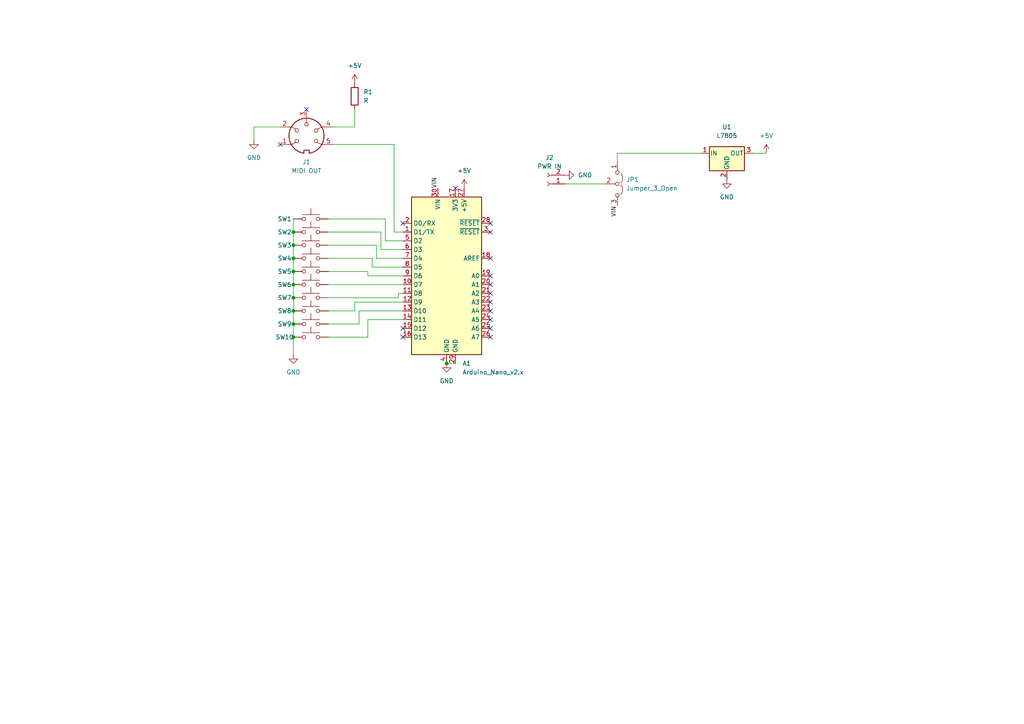
<source format=kicad_sch>
(kicad_sch (version 20211123) (generator eeschema)

  (uuid 9538e4ed-27e6-4c37-b989-9859dc0d49e8)

  (paper "A4")

  (lib_symbols
    (symbol "Connector:Conn_01x02_Female" (pin_names (offset 1.016) hide) (in_bom yes) (on_board yes)
      (property "Reference" "J" (id 0) (at 0 2.54 0)
        (effects (font (size 1.27 1.27)))
      )
      (property "Value" "Conn_01x02_Female" (id 1) (at 0 -5.08 0)
        (effects (font (size 1.27 1.27)))
      )
      (property "Footprint" "" (id 2) (at 0 0 0)
        (effects (font (size 1.27 1.27)) hide)
      )
      (property "Datasheet" "~" (id 3) (at 0 0 0)
        (effects (font (size 1.27 1.27)) hide)
      )
      (property "ki_keywords" "connector" (id 4) (at 0 0 0)
        (effects (font (size 1.27 1.27)) hide)
      )
      (property "ki_description" "Generic connector, single row, 01x02, script generated (kicad-library-utils/schlib/autogen/connector/)" (id 5) (at 0 0 0)
        (effects (font (size 1.27 1.27)) hide)
      )
      (property "ki_fp_filters" "Connector*:*_1x??_*" (id 6) (at 0 0 0)
        (effects (font (size 1.27 1.27)) hide)
      )
      (symbol "Conn_01x02_Female_1_1"
        (arc (start 0 -2.032) (mid -0.508 -2.54) (end 0 -3.048)
          (stroke (width 0.1524) (type default) (color 0 0 0 0))
          (fill (type none))
        )
        (polyline
          (pts
            (xy -1.27 -2.54)
            (xy -0.508 -2.54)
          )
          (stroke (width 0.1524) (type default) (color 0 0 0 0))
          (fill (type none))
        )
        (polyline
          (pts
            (xy -1.27 0)
            (xy -0.508 0)
          )
          (stroke (width 0.1524) (type default) (color 0 0 0 0))
          (fill (type none))
        )
        (arc (start 0 0.508) (mid -0.508 0) (end 0 -0.508)
          (stroke (width 0.1524) (type default) (color 0 0 0 0))
          (fill (type none))
        )
        (pin passive line (at -5.08 0 0) (length 3.81)
          (name "Pin_1" (effects (font (size 1.27 1.27))))
          (number "1" (effects (font (size 1.27 1.27))))
        )
        (pin passive line (at -5.08 -2.54 0) (length 3.81)
          (name "Pin_2" (effects (font (size 1.27 1.27))))
          (number "2" (effects (font (size 1.27 1.27))))
        )
      )
    )
    (symbol "Connector:DIN-5" (pin_names (offset 1.016)) (in_bom yes) (on_board yes)
      (property "Reference" "J" (id 0) (at 3.175 5.715 0)
        (effects (font (size 1.27 1.27)))
      )
      (property "Value" "DIN-5" (id 1) (at 0 -6.35 0)
        (effects (font (size 1.27 1.27)))
      )
      (property "Footprint" "" (id 2) (at 0 0 0)
        (effects (font (size 1.27 1.27)) hide)
      )
      (property "Datasheet" "http://www.mouser.com/ds/2/18/40_c091_abd_e-75918.pdf" (id 3) (at 0 0 0)
        (effects (font (size 1.27 1.27)) hide)
      )
      (property "ki_keywords" "circular DIN connector" (id 4) (at 0 0 0)
        (effects (font (size 1.27 1.27)) hide)
      )
      (property "ki_description" "5-pin DIN connector" (id 5) (at 0 0 0)
        (effects (font (size 1.27 1.27)) hide)
      )
      (property "ki_fp_filters" "DIN*" (id 6) (at 0 0 0)
        (effects (font (size 1.27 1.27)) hide)
      )
      (symbol "DIN-5_0_1"
        (arc (start -5.08 0) (mid -3.8597 -3.3379) (end -0.762 -5.08)
          (stroke (width 0.254) (type default) (color 0 0 0 0))
          (fill (type none))
        )
        (circle (center -2.794 -1.524) (radius 0.508)
          (stroke (width 0) (type default) (color 0 0 0 0))
          (fill (type none))
        )
        (circle (center -2.794 1.524) (radius 0.508)
          (stroke (width 0) (type default) (color 0 0 0 0))
          (fill (type none))
        )
        (polyline
          (pts
            (xy 0 5.08)
            (xy 0 3.81)
          )
          (stroke (width 0) (type default) (color 0 0 0 0))
          (fill (type none))
        )
        (polyline
          (pts
            (xy -5.08 -2.54)
            (xy -4.318 -2.54)
            (xy -3.175 -1.905)
          )
          (stroke (width 0) (type default) (color 0 0 0 0))
          (fill (type none))
        )
        (polyline
          (pts
            (xy -5.08 2.54)
            (xy -4.318 2.54)
            (xy -3.175 1.905)
          )
          (stroke (width 0) (type default) (color 0 0 0 0))
          (fill (type none))
        )
        (polyline
          (pts
            (xy 5.08 -2.54)
            (xy 4.318 -2.54)
            (xy 3.175 -1.905)
          )
          (stroke (width 0) (type default) (color 0 0 0 0))
          (fill (type none))
        )
        (polyline
          (pts
            (xy 5.08 2.54)
            (xy 4.318 2.54)
            (xy 3.175 1.905)
          )
          (stroke (width 0) (type default) (color 0 0 0 0))
          (fill (type none))
        )
        (polyline
          (pts
            (xy -0.762 -4.953)
            (xy -0.762 -4.191)
            (xy 0.762 -4.191)
            (xy 0.762 -4.953)
          )
          (stroke (width 0.254) (type default) (color 0 0 0 0))
          (fill (type none))
        )
        (circle (center 0 3.302) (radius 0.508)
          (stroke (width 0) (type default) (color 0 0 0 0))
          (fill (type none))
        )
        (arc (start 0.762 -5.08) (mid 3.8673 -3.3444) (end 5.08 0)
          (stroke (width 0.254) (type default) (color 0 0 0 0))
          (fill (type none))
        )
        (circle (center 2.794 -1.524) (radius 0.508)
          (stroke (width 0) (type default) (color 0 0 0 0))
          (fill (type none))
        )
        (circle (center 2.794 1.524) (radius 0.508)
          (stroke (width 0) (type default) (color 0 0 0 0))
          (fill (type none))
        )
        (arc (start 5.08 0) (mid 0 5.08) (end -5.08 0)
          (stroke (width 0.254) (type default) (color 0 0 0 0))
          (fill (type none))
        )
      )
      (symbol "DIN-5_1_1"
        (pin passive line (at -7.62 -2.54 0) (length 2.54)
          (name "~" (effects (font (size 1.27 1.27))))
          (number "1" (effects (font (size 1.27 1.27))))
        )
        (pin passive line (at -7.62 2.54 0) (length 2.54)
          (name "~" (effects (font (size 1.27 1.27))))
          (number "2" (effects (font (size 1.27 1.27))))
        )
        (pin passive line (at 0 7.62 270) (length 2.54)
          (name "~" (effects (font (size 1.27 1.27))))
          (number "3" (effects (font (size 1.27 1.27))))
        )
        (pin passive line (at 7.62 2.54 180) (length 2.54)
          (name "~" (effects (font (size 1.27 1.27))))
          (number "4" (effects (font (size 1.27 1.27))))
        )
        (pin passive line (at 7.62 -2.54 180) (length 2.54)
          (name "~" (effects (font (size 1.27 1.27))))
          (number "5" (effects (font (size 1.27 1.27))))
        )
      )
    )
    (symbol "Device:R" (pin_numbers hide) (pin_names (offset 0)) (in_bom yes) (on_board yes)
      (property "Reference" "R" (id 0) (at 2.032 0 90)
        (effects (font (size 1.27 1.27)))
      )
      (property "Value" "R" (id 1) (at 0 0 90)
        (effects (font (size 1.27 1.27)))
      )
      (property "Footprint" "" (id 2) (at -1.778 0 90)
        (effects (font (size 1.27 1.27)) hide)
      )
      (property "Datasheet" "~" (id 3) (at 0 0 0)
        (effects (font (size 1.27 1.27)) hide)
      )
      (property "ki_keywords" "R res resistor" (id 4) (at 0 0 0)
        (effects (font (size 1.27 1.27)) hide)
      )
      (property "ki_description" "Resistor" (id 5) (at 0 0 0)
        (effects (font (size 1.27 1.27)) hide)
      )
      (property "ki_fp_filters" "R_*" (id 6) (at 0 0 0)
        (effects (font (size 1.27 1.27)) hide)
      )
      (symbol "R_0_1"
        (rectangle (start -1.016 -2.54) (end 1.016 2.54)
          (stroke (width 0.254) (type default) (color 0 0 0 0))
          (fill (type none))
        )
      )
      (symbol "R_1_1"
        (pin passive line (at 0 3.81 270) (length 1.27)
          (name "~" (effects (font (size 1.27 1.27))))
          (number "1" (effects (font (size 1.27 1.27))))
        )
        (pin passive line (at 0 -3.81 90) (length 1.27)
          (name "~" (effects (font (size 1.27 1.27))))
          (number "2" (effects (font (size 1.27 1.27))))
        )
      )
    )
    (symbol "Jumper:Jumper_3_Open" (pin_names (offset 0) hide) (in_bom yes) (on_board yes)
      (property "Reference" "JP" (id 0) (at -2.54 -2.54 0)
        (effects (font (size 1.27 1.27)))
      )
      (property "Value" "Jumper_3_Open" (id 1) (at 0 2.794 0)
        (effects (font (size 1.27 1.27)))
      )
      (property "Footprint" "" (id 2) (at 0 0 0)
        (effects (font (size 1.27 1.27)) hide)
      )
      (property "Datasheet" "~" (id 3) (at 0 0 0)
        (effects (font (size 1.27 1.27)) hide)
      )
      (property "ki_keywords" "Jumper SPDT" (id 4) (at 0 0 0)
        (effects (font (size 1.27 1.27)) hide)
      )
      (property "ki_description" "Jumper, 3-pole, both open" (id 5) (at 0 0 0)
        (effects (font (size 1.27 1.27)) hide)
      )
      (property "ki_fp_filters" "Jumper* TestPoint*3Pads* TestPoint*Bridge*" (id 6) (at 0 0 0)
        (effects (font (size 1.27 1.27)) hide)
      )
      (symbol "Jumper_3_Open_0_0"
        (circle (center -3.302 0) (radius 0.508)
          (stroke (width 0) (type default) (color 0 0 0 0))
          (fill (type none))
        )
        (circle (center 0 0) (radius 0.508)
          (stroke (width 0) (type default) (color 0 0 0 0))
          (fill (type none))
        )
        (circle (center 3.302 0) (radius 0.508)
          (stroke (width 0) (type default) (color 0 0 0 0))
          (fill (type none))
        )
      )
      (symbol "Jumper_3_Open_0_1"
        (arc (start -0.254 1.016) (mid -1.651 1.4992) (end -3.048 1.016)
          (stroke (width 0) (type default) (color 0 0 0 0))
          (fill (type none))
        )
        (polyline
          (pts
            (xy 0 -0.508)
            (xy 0 -1.27)
          )
          (stroke (width 0) (type default) (color 0 0 0 0))
          (fill (type none))
        )
        (arc (start 3.048 1.016) (mid 1.651 1.4992) (end 0.254 1.016)
          (stroke (width 0) (type default) (color 0 0 0 0))
          (fill (type none))
        )
      )
      (symbol "Jumper_3_Open_1_1"
        (pin passive line (at -6.35 0 0) (length 2.54)
          (name "A" (effects (font (size 1.27 1.27))))
          (number "1" (effects (font (size 1.27 1.27))))
        )
        (pin input line (at 0 -3.81 90) (length 2.54)
          (name "C" (effects (font (size 1.27 1.27))))
          (number "2" (effects (font (size 1.27 1.27))))
        )
        (pin passive line (at 6.35 0 180) (length 2.54)
          (name "B" (effects (font (size 1.27 1.27))))
          (number "3" (effects (font (size 1.27 1.27))))
        )
      )
    )
    (symbol "MCU_Module:Arduino_Nano_v2.x" (in_bom yes) (on_board yes)
      (property "Reference" "A" (id 0) (at -10.16 23.495 0)
        (effects (font (size 1.27 1.27)) (justify left bottom))
      )
      (property "Value" "Arduino_Nano_v2.x" (id 1) (at 5.08 -24.13 0)
        (effects (font (size 1.27 1.27)) (justify left top))
      )
      (property "Footprint" "Module:Arduino_Nano" (id 2) (at 0 0 0)
        (effects (font (size 1.27 1.27) italic) hide)
      )
      (property "Datasheet" "https://www.arduino.cc/en/uploads/Main/ArduinoNanoManual23.pdf" (id 3) (at 0 0 0)
        (effects (font (size 1.27 1.27)) hide)
      )
      (property "ki_keywords" "Arduino nano microcontroller module USB" (id 4) (at 0 0 0)
        (effects (font (size 1.27 1.27)) hide)
      )
      (property "ki_description" "Arduino Nano v2.x" (id 5) (at 0 0 0)
        (effects (font (size 1.27 1.27)) hide)
      )
      (property "ki_fp_filters" "Arduino*Nano*" (id 6) (at 0 0 0)
        (effects (font (size 1.27 1.27)) hide)
      )
      (symbol "Arduino_Nano_v2.x_0_1"
        (rectangle (start -10.16 22.86) (end 10.16 -22.86)
          (stroke (width 0.254) (type default) (color 0 0 0 0))
          (fill (type background))
        )
      )
      (symbol "Arduino_Nano_v2.x_1_1"
        (pin bidirectional line (at -12.7 12.7 0) (length 2.54)
          (name "D1/TX" (effects (font (size 1.27 1.27))))
          (number "1" (effects (font (size 1.27 1.27))))
        )
        (pin bidirectional line (at -12.7 -2.54 0) (length 2.54)
          (name "D7" (effects (font (size 1.27 1.27))))
          (number "10" (effects (font (size 1.27 1.27))))
        )
        (pin bidirectional line (at -12.7 -5.08 0) (length 2.54)
          (name "D8" (effects (font (size 1.27 1.27))))
          (number "11" (effects (font (size 1.27 1.27))))
        )
        (pin bidirectional line (at -12.7 -7.62 0) (length 2.54)
          (name "D9" (effects (font (size 1.27 1.27))))
          (number "12" (effects (font (size 1.27 1.27))))
        )
        (pin bidirectional line (at -12.7 -10.16 0) (length 2.54)
          (name "D10" (effects (font (size 1.27 1.27))))
          (number "13" (effects (font (size 1.27 1.27))))
        )
        (pin bidirectional line (at -12.7 -12.7 0) (length 2.54)
          (name "D11" (effects (font (size 1.27 1.27))))
          (number "14" (effects (font (size 1.27 1.27))))
        )
        (pin bidirectional line (at -12.7 -15.24 0) (length 2.54)
          (name "D12" (effects (font (size 1.27 1.27))))
          (number "15" (effects (font (size 1.27 1.27))))
        )
        (pin bidirectional line (at -12.7 -17.78 0) (length 2.54)
          (name "D13" (effects (font (size 1.27 1.27))))
          (number "16" (effects (font (size 1.27 1.27))))
        )
        (pin power_out line (at 2.54 25.4 270) (length 2.54)
          (name "3V3" (effects (font (size 1.27 1.27))))
          (number "17" (effects (font (size 1.27 1.27))))
        )
        (pin input line (at 12.7 5.08 180) (length 2.54)
          (name "AREF" (effects (font (size 1.27 1.27))))
          (number "18" (effects (font (size 1.27 1.27))))
        )
        (pin bidirectional line (at 12.7 0 180) (length 2.54)
          (name "A0" (effects (font (size 1.27 1.27))))
          (number "19" (effects (font (size 1.27 1.27))))
        )
        (pin bidirectional line (at -12.7 15.24 0) (length 2.54)
          (name "D0/RX" (effects (font (size 1.27 1.27))))
          (number "2" (effects (font (size 1.27 1.27))))
        )
        (pin bidirectional line (at 12.7 -2.54 180) (length 2.54)
          (name "A1" (effects (font (size 1.27 1.27))))
          (number "20" (effects (font (size 1.27 1.27))))
        )
        (pin bidirectional line (at 12.7 -5.08 180) (length 2.54)
          (name "A2" (effects (font (size 1.27 1.27))))
          (number "21" (effects (font (size 1.27 1.27))))
        )
        (pin bidirectional line (at 12.7 -7.62 180) (length 2.54)
          (name "A3" (effects (font (size 1.27 1.27))))
          (number "22" (effects (font (size 1.27 1.27))))
        )
        (pin bidirectional line (at 12.7 -10.16 180) (length 2.54)
          (name "A4" (effects (font (size 1.27 1.27))))
          (number "23" (effects (font (size 1.27 1.27))))
        )
        (pin bidirectional line (at 12.7 -12.7 180) (length 2.54)
          (name "A5" (effects (font (size 1.27 1.27))))
          (number "24" (effects (font (size 1.27 1.27))))
        )
        (pin bidirectional line (at 12.7 -15.24 180) (length 2.54)
          (name "A6" (effects (font (size 1.27 1.27))))
          (number "25" (effects (font (size 1.27 1.27))))
        )
        (pin bidirectional line (at 12.7 -17.78 180) (length 2.54)
          (name "A7" (effects (font (size 1.27 1.27))))
          (number "26" (effects (font (size 1.27 1.27))))
        )
        (pin power_out line (at 5.08 25.4 270) (length 2.54)
          (name "+5V" (effects (font (size 1.27 1.27))))
          (number "27" (effects (font (size 1.27 1.27))))
        )
        (pin input line (at 12.7 15.24 180) (length 2.54)
          (name "~{RESET}" (effects (font (size 1.27 1.27))))
          (number "28" (effects (font (size 1.27 1.27))))
        )
        (pin power_in line (at 2.54 -25.4 90) (length 2.54)
          (name "GND" (effects (font (size 1.27 1.27))))
          (number "29" (effects (font (size 1.27 1.27))))
        )
        (pin input line (at 12.7 12.7 180) (length 2.54)
          (name "~{RESET}" (effects (font (size 1.27 1.27))))
          (number "3" (effects (font (size 1.27 1.27))))
        )
        (pin power_in line (at -2.54 25.4 270) (length 2.54)
          (name "VIN" (effects (font (size 1.27 1.27))))
          (number "30" (effects (font (size 1.27 1.27))))
        )
        (pin power_in line (at 0 -25.4 90) (length 2.54)
          (name "GND" (effects (font (size 1.27 1.27))))
          (number "4" (effects (font (size 1.27 1.27))))
        )
        (pin bidirectional line (at -12.7 10.16 0) (length 2.54)
          (name "D2" (effects (font (size 1.27 1.27))))
          (number "5" (effects (font (size 1.27 1.27))))
        )
        (pin bidirectional line (at -12.7 7.62 0) (length 2.54)
          (name "D3" (effects (font (size 1.27 1.27))))
          (number "6" (effects (font (size 1.27 1.27))))
        )
        (pin bidirectional line (at -12.7 5.08 0) (length 2.54)
          (name "D4" (effects (font (size 1.27 1.27))))
          (number "7" (effects (font (size 1.27 1.27))))
        )
        (pin bidirectional line (at -12.7 2.54 0) (length 2.54)
          (name "D5" (effects (font (size 1.27 1.27))))
          (number "8" (effects (font (size 1.27 1.27))))
        )
        (pin bidirectional line (at -12.7 0 0) (length 2.54)
          (name "D6" (effects (font (size 1.27 1.27))))
          (number "9" (effects (font (size 1.27 1.27))))
        )
      )
    )
    (symbol "Regulator_Linear:L7805" (pin_names (offset 0.254)) (in_bom yes) (on_board yes)
      (property "Reference" "U" (id 0) (at -3.81 3.175 0)
        (effects (font (size 1.27 1.27)))
      )
      (property "Value" "L7805" (id 1) (at 0 3.175 0)
        (effects (font (size 1.27 1.27)) (justify left))
      )
      (property "Footprint" "" (id 2) (at 0.635 -3.81 0)
        (effects (font (size 1.27 1.27) italic) (justify left) hide)
      )
      (property "Datasheet" "http://www.st.com/content/ccc/resource/technical/document/datasheet/41/4f/b3/b0/12/d4/47/88/CD00000444.pdf/files/CD00000444.pdf/jcr:content/translations/en.CD00000444.pdf" (id 3) (at 0 -1.27 0)
        (effects (font (size 1.27 1.27)) hide)
      )
      (property "ki_keywords" "Voltage Regulator 1.5A Positive" (id 4) (at 0 0 0)
        (effects (font (size 1.27 1.27)) hide)
      )
      (property "ki_description" "Positive 1.5A 35V Linear Regulator, Fixed Output 5V, TO-220/TO-263/TO-252" (id 5) (at 0 0 0)
        (effects (font (size 1.27 1.27)) hide)
      )
      (property "ki_fp_filters" "TO?252* TO?263* TO?220*" (id 6) (at 0 0 0)
        (effects (font (size 1.27 1.27)) hide)
      )
      (symbol "L7805_0_1"
        (rectangle (start -5.08 1.905) (end 5.08 -5.08)
          (stroke (width 0.254) (type default) (color 0 0 0 0))
          (fill (type background))
        )
      )
      (symbol "L7805_1_1"
        (pin power_in line (at -7.62 0 0) (length 2.54)
          (name "IN" (effects (font (size 1.27 1.27))))
          (number "1" (effects (font (size 1.27 1.27))))
        )
        (pin power_in line (at 0 -7.62 90) (length 2.54)
          (name "GND" (effects (font (size 1.27 1.27))))
          (number "2" (effects (font (size 1.27 1.27))))
        )
        (pin power_out line (at 7.62 0 180) (length 2.54)
          (name "OUT" (effects (font (size 1.27 1.27))))
          (number "3" (effects (font (size 1.27 1.27))))
        )
      )
    )
    (symbol "Switch:SW_Push" (pin_numbers hide) (pin_names (offset 1.016) hide) (in_bom yes) (on_board yes)
      (property "Reference" "SW" (id 0) (at 1.27 2.54 0)
        (effects (font (size 1.27 1.27)) (justify left))
      )
      (property "Value" "SW_Push" (id 1) (at 0 -1.524 0)
        (effects (font (size 1.27 1.27)))
      )
      (property "Footprint" "" (id 2) (at 0 5.08 0)
        (effects (font (size 1.27 1.27)) hide)
      )
      (property "Datasheet" "~" (id 3) (at 0 5.08 0)
        (effects (font (size 1.27 1.27)) hide)
      )
      (property "ki_keywords" "switch normally-open pushbutton push-button" (id 4) (at 0 0 0)
        (effects (font (size 1.27 1.27)) hide)
      )
      (property "ki_description" "Push button switch, generic, two pins" (id 5) (at 0 0 0)
        (effects (font (size 1.27 1.27)) hide)
      )
      (symbol "SW_Push_0_1"
        (circle (center -2.032 0) (radius 0.508)
          (stroke (width 0) (type default) (color 0 0 0 0))
          (fill (type none))
        )
        (polyline
          (pts
            (xy 0 1.27)
            (xy 0 3.048)
          )
          (stroke (width 0) (type default) (color 0 0 0 0))
          (fill (type none))
        )
        (polyline
          (pts
            (xy 2.54 1.27)
            (xy -2.54 1.27)
          )
          (stroke (width 0) (type default) (color 0 0 0 0))
          (fill (type none))
        )
        (circle (center 2.032 0) (radius 0.508)
          (stroke (width 0) (type default) (color 0 0 0 0))
          (fill (type none))
        )
        (pin passive line (at -5.08 0 0) (length 2.54)
          (name "1" (effects (font (size 1.27 1.27))))
          (number "1" (effects (font (size 1.27 1.27))))
        )
        (pin passive line (at 5.08 0 180) (length 2.54)
          (name "2" (effects (font (size 1.27 1.27))))
          (number "2" (effects (font (size 1.27 1.27))))
        )
      )
    )
    (symbol "power:+5V" (power) (pin_names (offset 0)) (in_bom yes) (on_board yes)
      (property "Reference" "#PWR" (id 0) (at 0 -3.81 0)
        (effects (font (size 1.27 1.27)) hide)
      )
      (property "Value" "+5V" (id 1) (at 0 3.556 0)
        (effects (font (size 1.27 1.27)))
      )
      (property "Footprint" "" (id 2) (at 0 0 0)
        (effects (font (size 1.27 1.27)) hide)
      )
      (property "Datasheet" "" (id 3) (at 0 0 0)
        (effects (font (size 1.27 1.27)) hide)
      )
      (property "ki_keywords" "power-flag" (id 4) (at 0 0 0)
        (effects (font (size 1.27 1.27)) hide)
      )
      (property "ki_description" "Power symbol creates a global label with name \"+5V\"" (id 5) (at 0 0 0)
        (effects (font (size 1.27 1.27)) hide)
      )
      (symbol "+5V_0_1"
        (polyline
          (pts
            (xy -0.762 1.27)
            (xy 0 2.54)
          )
          (stroke (width 0) (type default) (color 0 0 0 0))
          (fill (type none))
        )
        (polyline
          (pts
            (xy 0 0)
            (xy 0 2.54)
          )
          (stroke (width 0) (type default) (color 0 0 0 0))
          (fill (type none))
        )
        (polyline
          (pts
            (xy 0 2.54)
            (xy 0.762 1.27)
          )
          (stroke (width 0) (type default) (color 0 0 0 0))
          (fill (type none))
        )
      )
      (symbol "+5V_1_1"
        (pin power_in line (at 0 0 90) (length 0) hide
          (name "+5V" (effects (font (size 1.27 1.27))))
          (number "1" (effects (font (size 1.27 1.27))))
        )
      )
    )
    (symbol "power:GND" (power) (pin_names (offset 0)) (in_bom yes) (on_board yes)
      (property "Reference" "#PWR" (id 0) (at 0 -6.35 0)
        (effects (font (size 1.27 1.27)) hide)
      )
      (property "Value" "GND" (id 1) (at 0 -3.81 0)
        (effects (font (size 1.27 1.27)))
      )
      (property "Footprint" "" (id 2) (at 0 0 0)
        (effects (font (size 1.27 1.27)) hide)
      )
      (property "Datasheet" "" (id 3) (at 0 0 0)
        (effects (font (size 1.27 1.27)) hide)
      )
      (property "ki_keywords" "power-flag" (id 4) (at 0 0 0)
        (effects (font (size 1.27 1.27)) hide)
      )
      (property "ki_description" "Power symbol creates a global label with name \"GND\" , ground" (id 5) (at 0 0 0)
        (effects (font (size 1.27 1.27)) hide)
      )
      (symbol "GND_0_1"
        (polyline
          (pts
            (xy 0 0)
            (xy 0 -1.27)
            (xy 1.27 -1.27)
            (xy 0 -2.54)
            (xy -1.27 -1.27)
            (xy 0 -1.27)
          )
          (stroke (width 0) (type default) (color 0 0 0 0))
          (fill (type none))
        )
      )
      (symbol "GND_1_1"
        (pin power_in line (at 0 0 270) (length 0) hide
          (name "GND" (effects (font (size 1.27 1.27))))
          (number "1" (effects (font (size 1.27 1.27))))
        )
      )
    )
  )

  (junction (at 85.09 97.79) (diameter 0) (color 0 0 0 0)
    (uuid 1b53239b-acd3-4dc6-b188-a7c2d38a6925)
  )
  (junction (at 85.09 74.93) (diameter 0) (color 0 0 0 0)
    (uuid 3f9d9809-5fb3-41e5-b4bf-49b9549f4593)
  )
  (junction (at 85.09 93.98) (diameter 0) (color 0 0 0 0)
    (uuid 447f8cfb-8eab-4401-a490-7324bc30f128)
  )
  (junction (at 85.09 78.74) (diameter 0) (color 0 0 0 0)
    (uuid 4af2a3e0-9d52-4674-8a78-11d1a1a51310)
  )
  (junction (at 85.09 86.36) (diameter 0) (color 0 0 0 0)
    (uuid 51fdf91d-e75d-439e-8b7a-d1ea81a5a642)
  )
  (junction (at 85.09 90.17) (diameter 0) (color 0 0 0 0)
    (uuid 6168e6ee-e61c-456d-ac6a-971d819af5fd)
  )
  (junction (at 129.54 105.41) (diameter 0) (color 0 0 0 0)
    (uuid aef730da-4249-473f-9e96-a2832019710e)
  )
  (junction (at 85.09 82.55) (diameter 0) (color 0 0 0 0)
    (uuid f543fbc9-4c0f-4987-a356-4e8668058eb3)
  )
  (junction (at 85.09 71.12) (diameter 0) (color 0 0 0 0)
    (uuid fe958731-6a82-4a38-99f8-37aa11bf9270)
  )
  (junction (at 85.09 67.31) (diameter 0) (color 0 0 0 0)
    (uuid fff937c1-fb12-4d40-b246-19b82ce041c3)
  )

  (no_connect (at 88.9 31.75) (uuid 660836ff-d86b-4eb6-8203-782795d34742))
  (no_connect (at 81.28 41.91) (uuid 660836ff-d86b-4eb6-8203-782795d34742))
  (no_connect (at 132.08 54.61) (uuid c6cd3ce4-573c-4bd4-9ed2-8437a3f70ef1))
  (no_connect (at 116.84 64.77) (uuid e75878b9-7c0f-4636-a7dc-023c52577040))
  (no_connect (at 116.84 95.25) (uuid e75878b9-7c0f-4636-a7dc-023c52577040))
  (no_connect (at 116.84 97.79) (uuid e75878b9-7c0f-4636-a7dc-023c52577040))
  (no_connect (at 142.24 82.55) (uuid e75878b9-7c0f-4636-a7dc-023c52577040))
  (no_connect (at 142.24 80.01) (uuid e75878b9-7c0f-4636-a7dc-023c52577040))
  (no_connect (at 142.24 74.93) (uuid e75878b9-7c0f-4636-a7dc-023c52577040))
  (no_connect (at 142.24 97.79) (uuid e75878b9-7c0f-4636-a7dc-023c52577040))
  (no_connect (at 142.24 95.25) (uuid e75878b9-7c0f-4636-a7dc-023c52577040))
  (no_connect (at 142.24 92.71) (uuid e75878b9-7c0f-4636-a7dc-023c52577040))
  (no_connect (at 142.24 90.17) (uuid e75878b9-7c0f-4636-a7dc-023c52577040))
  (no_connect (at 142.24 87.63) (uuid e75878b9-7c0f-4636-a7dc-023c52577040))
  (no_connect (at 142.24 85.09) (uuid e75878b9-7c0f-4636-a7dc-023c52577040))
  (no_connect (at 142.24 67.31) (uuid e75878b9-7c0f-4636-a7dc-023c52577040))
  (no_connect (at 142.24 64.77) (uuid e75878b9-7c0f-4636-a7dc-023c52577040))

  (wire (pts (xy 129.54 105.41) (xy 132.08 105.41))
    (stroke (width 0) (type default) (color 0 0 0 0))
    (uuid 087bfc38-20df-4e84-8e94-ffd67e843b66)
  )
  (wire (pts (xy 95.25 78.74) (xy 106.68 78.74))
    (stroke (width 0) (type default) (color 0 0 0 0))
    (uuid 0fe74051-9a98-4a38-b92b-8876db8f379e)
  )
  (wire (pts (xy 96.52 41.91) (xy 114.3 41.91))
    (stroke (width 0) (type default) (color 0 0 0 0))
    (uuid 1b71af5d-275e-4c37-b773-4ec0ee28f985)
  )
  (wire (pts (xy 179.07 46.99) (xy 179.07 44.45))
    (stroke (width 0) (type default) (color 0 0 0 0))
    (uuid 1cd11841-1a97-4dcd-9789-d851bb8f2f28)
  )
  (wire (pts (xy 102.87 87.63) (xy 116.84 87.63))
    (stroke (width 0) (type default) (color 0 0 0 0))
    (uuid 1dabfef0-988f-4b52-9e24-0f23598fb51a)
  )
  (wire (pts (xy 85.09 97.79) (xy 85.09 102.87))
    (stroke (width 0) (type default) (color 0 0 0 0))
    (uuid 20f1e965-cc56-4edc-8e87-772335b1c3e9)
  )
  (wire (pts (xy 85.09 74.93) (xy 85.09 78.74))
    (stroke (width 0) (type default) (color 0 0 0 0))
    (uuid 28732bd9-c543-4127-9ec4-60385308575e)
  )
  (wire (pts (xy 85.09 67.31) (xy 85.09 71.12))
    (stroke (width 0) (type default) (color 0 0 0 0))
    (uuid 30bbc906-7872-4811-9fcd-737c54376218)
  )
  (wire (pts (xy 85.09 71.12) (xy 85.09 74.93))
    (stroke (width 0) (type default) (color 0 0 0 0))
    (uuid 37826a40-2da4-4158-92cf-ed8871388b2e)
  )
  (wire (pts (xy 85.09 93.98) (xy 85.09 97.79))
    (stroke (width 0) (type default) (color 0 0 0 0))
    (uuid 3a1a3f31-f33a-4de3-9522-4ebc0886378d)
  )
  (wire (pts (xy 95.25 67.31) (xy 110.49 67.31))
    (stroke (width 0) (type default) (color 0 0 0 0))
    (uuid 3e3719f9-5c24-4bb7-ab21-ab0781552592)
  )
  (wire (pts (xy 218.44 44.45) (xy 222.25 44.45))
    (stroke (width 0) (type default) (color 0 0 0 0))
    (uuid 3f6f45cf-b97c-4c47-b6a3-bca533dccfc8)
  )
  (wire (pts (xy 109.22 74.93) (xy 116.84 74.93))
    (stroke (width 0) (type default) (color 0 0 0 0))
    (uuid 4495b6d0-1d55-4774-aed3-83531b062795)
  )
  (wire (pts (xy 96.52 36.83) (xy 102.87 36.83))
    (stroke (width 0) (type default) (color 0 0 0 0))
    (uuid 4d44adde-5676-40f2-b9b7-f97586ceb39e)
  )
  (wire (pts (xy 179.07 44.45) (xy 203.2 44.45))
    (stroke (width 0) (type default) (color 0 0 0 0))
    (uuid 5010f6ba-f432-4e88-8f52-5ef53311ffc1)
  )
  (wire (pts (xy 102.87 90.17) (xy 102.87 87.63))
    (stroke (width 0) (type default) (color 0 0 0 0))
    (uuid 5b721e0b-27ef-4841-9734-411603e681ff)
  )
  (wire (pts (xy 110.49 72.39) (xy 116.84 72.39))
    (stroke (width 0) (type default) (color 0 0 0 0))
    (uuid 62647cab-b42f-40b0-acb4-79508a859054)
  )
  (wire (pts (xy 95.25 63.5) (xy 111.76 63.5))
    (stroke (width 0) (type default) (color 0 0 0 0))
    (uuid 64214c60-4688-4f8a-938f-818105d18d53)
  )
  (wire (pts (xy 85.09 90.17) (xy 85.09 93.98))
    (stroke (width 0) (type default) (color 0 0 0 0))
    (uuid 6c9e14ce-f378-409f-83b0-3017c42aa43a)
  )
  (wire (pts (xy 85.09 82.55) (xy 85.09 86.36))
    (stroke (width 0) (type default) (color 0 0 0 0))
    (uuid 7543cf6a-1145-4f07-80a5-2cecab4696d4)
  )
  (wire (pts (xy 115.57 85.09) (xy 116.84 85.09))
    (stroke (width 0) (type default) (color 0 0 0 0))
    (uuid 769974a5-c07d-46d5-80b8-2258f69b27e6)
  )
  (wire (pts (xy 107.95 77.47) (xy 116.84 77.47))
    (stroke (width 0) (type default) (color 0 0 0 0))
    (uuid 7b0f4206-e5f3-4537-813e-60e89e096474)
  )
  (wire (pts (xy 109.22 71.12) (xy 109.22 74.93))
    (stroke (width 0) (type default) (color 0 0 0 0))
    (uuid 7e33de34-2460-44d9-8b82-8391385ce303)
  )
  (wire (pts (xy 85.09 78.74) (xy 85.09 82.55))
    (stroke (width 0) (type default) (color 0 0 0 0))
    (uuid 7f2fee30-c2b9-4b5b-830e-20c6642d77a1)
  )
  (wire (pts (xy 114.3 67.31) (xy 116.84 67.31))
    (stroke (width 0) (type default) (color 0 0 0 0))
    (uuid 80a1dceb-5cff-4f95-9519-749c3ffa4a41)
  )
  (wire (pts (xy 95.25 90.17) (xy 102.87 90.17))
    (stroke (width 0) (type default) (color 0 0 0 0))
    (uuid 80e3ad5d-889e-4a8a-b73e-70274e2b680b)
  )
  (wire (pts (xy 104.14 90.17) (xy 116.84 90.17))
    (stroke (width 0) (type default) (color 0 0 0 0))
    (uuid 88f5a0c2-cbc1-4840-9752-880eb7e2412b)
  )
  (wire (pts (xy 111.76 69.85) (xy 116.84 69.85))
    (stroke (width 0) (type default) (color 0 0 0 0))
    (uuid 89a87658-195a-430f-8d8a-159e5c95f2be)
  )
  (wire (pts (xy 95.25 82.55) (xy 116.84 82.55))
    (stroke (width 0) (type default) (color 0 0 0 0))
    (uuid 8d063cbe-42d4-4d93-93cd-49d4b790f576)
  )
  (wire (pts (xy 73.66 40.64) (xy 73.66 36.83))
    (stroke (width 0) (type default) (color 0 0 0 0))
    (uuid 90ccc62f-2f3f-4b92-ae3c-9dc0c0708b63)
  )
  (wire (pts (xy 106.68 92.71) (xy 116.84 92.71))
    (stroke (width 0) (type default) (color 0 0 0 0))
    (uuid 9b3b9a1d-c146-4610-bd8e-36d9062b988c)
  )
  (wire (pts (xy 95.25 93.98) (xy 104.14 93.98))
    (stroke (width 0) (type default) (color 0 0 0 0))
    (uuid 9c6a23ce-1342-4abd-9430-63746c8a2682)
  )
  (wire (pts (xy 95.25 86.36) (xy 115.57 86.36))
    (stroke (width 0) (type default) (color 0 0 0 0))
    (uuid 9df72bc5-08f7-4feb-8342-1fb52710a1ff)
  )
  (wire (pts (xy 106.68 80.01) (xy 116.84 80.01))
    (stroke (width 0) (type default) (color 0 0 0 0))
    (uuid a790bb13-305f-42ca-bf0a-9d75b453efb9)
  )
  (wire (pts (xy 107.95 74.93) (xy 107.95 77.47))
    (stroke (width 0) (type default) (color 0 0 0 0))
    (uuid ac88bc82-8431-4c96-a21a-ae2f3d0c7381)
  )
  (wire (pts (xy 106.68 97.79) (xy 106.68 92.71))
    (stroke (width 0) (type default) (color 0 0 0 0))
    (uuid b382a5b9-c703-46fd-a207-351704514ee1)
  )
  (wire (pts (xy 115.57 86.36) (xy 115.57 85.09))
    (stroke (width 0) (type default) (color 0 0 0 0))
    (uuid b4cc6bb1-3547-4184-a6ad-61770c704cbd)
  )
  (wire (pts (xy 95.25 71.12) (xy 109.22 71.12))
    (stroke (width 0) (type default) (color 0 0 0 0))
    (uuid b50cec86-6b8b-4a2a-8fb4-de14702eef9b)
  )
  (wire (pts (xy 85.09 86.36) (xy 85.09 90.17))
    (stroke (width 0) (type default) (color 0 0 0 0))
    (uuid c243ec56-3a58-4468-867b-f9e194935d66)
  )
  (wire (pts (xy 102.87 36.83) (xy 102.87 31.75))
    (stroke (width 0) (type default) (color 0 0 0 0))
    (uuid c31daf95-927b-4552-823f-5ea1d859c94b)
  )
  (wire (pts (xy 106.68 78.74) (xy 106.68 80.01))
    (stroke (width 0) (type default) (color 0 0 0 0))
    (uuid d8746e3b-acb2-4595-9d34-b058e718e830)
  )
  (wire (pts (xy 95.25 74.93) (xy 107.95 74.93))
    (stroke (width 0) (type default) (color 0 0 0 0))
    (uuid dd9ad22d-d55a-40b2-9e09-890b28829832)
  )
  (wire (pts (xy 110.49 67.31) (xy 110.49 72.39))
    (stroke (width 0) (type default) (color 0 0 0 0))
    (uuid df2bd5ca-a7ad-4bb3-8974-866fae5a04a5)
  )
  (wire (pts (xy 85.09 63.5) (xy 85.09 67.31))
    (stroke (width 0) (type default) (color 0 0 0 0))
    (uuid e98c7e72-384a-40c5-848d-fb3d64ab3d8b)
  )
  (wire (pts (xy 104.14 93.98) (xy 104.14 90.17))
    (stroke (width 0) (type default) (color 0 0 0 0))
    (uuid eea985ce-2161-4a62-ac90-40121e0999d6)
  )
  (wire (pts (xy 114.3 41.91) (xy 114.3 67.31))
    (stroke (width 0) (type default) (color 0 0 0 0))
    (uuid f13b08a6-d644-493d-85aa-91d20b53c51a)
  )
  (wire (pts (xy 73.66 36.83) (xy 81.28 36.83))
    (stroke (width 0) (type default) (color 0 0 0 0))
    (uuid f1a78f88-aedd-4a5c-981e-2f6b6e2a5eca)
  )
  (wire (pts (xy 95.25 97.79) (xy 106.68 97.79))
    (stroke (width 0) (type default) (color 0 0 0 0))
    (uuid f6229b5a-ae7b-43a8-a639-e4b0ba128e14)
  )
  (wire (pts (xy 163.83 53.34) (xy 175.26 53.34))
    (stroke (width 0) (type default) (color 0 0 0 0))
    (uuid f94c5fce-1d9e-4753-9ac6-ab19b89526a9)
  )
  (wire (pts (xy 111.76 63.5) (xy 111.76 69.85))
    (stroke (width 0) (type default) (color 0 0 0 0))
    (uuid fd728449-6ba6-4dc2-8fae-71310c1e2704)
  )

  (label "VIN" (at 127 54.61 90)
    (effects (font (size 1.27 1.27)) (justify left bottom))
    (uuid 4c7c64d1-9f20-4b4d-adc6-fdc85e9cb8d4)
  )
  (label "VIN" (at 179.07 59.69 270)
    (effects (font (size 1.27 1.27)) (justify right bottom))
    (uuid bedee99b-8032-41f0-a0ce-22285a910041)
  )

  (symbol (lib_id "Switch:SW_Push") (at 90.17 67.31 0) (unit 1)
    (in_bom yes) (on_board yes)
    (uuid 12851b0c-4591-4c5c-a45d-d83274cb360a)
    (property "Reference" "SW2" (id 0) (at 82.55 67.31 0))
    (property "Value" "SW_Push" (id 1) (at 90.17 62.23 0)
      (effects (font (size 1.27 1.27)) hide)
    )
    (property "Footprint" "Button_Switch_THT:SW_PUSH_6mm" (id 2) (at 90.17 62.23 0)
      (effects (font (size 1.27 1.27)) hide)
    )
    (property "Datasheet" "~" (id 3) (at 90.17 62.23 0)
      (effects (font (size 1.27 1.27)) hide)
    )
    (pin "1" (uuid 2337534c-b66f-4e92-875a-54fd47ddea8d))
    (pin "2" (uuid 81b230f9-4a01-4956-b133-0c80c7f2d11e))
  )

  (symbol (lib_id "power:+5V") (at 222.25 44.45 0) (unit 1)
    (in_bom yes) (on_board yes) (fields_autoplaced)
    (uuid 145473db-bd60-4d70-b1bf-25659f1d6436)
    (property "Reference" "#PWR0105" (id 0) (at 222.25 48.26 0)
      (effects (font (size 1.27 1.27)) hide)
    )
    (property "Value" "+5V" (id 1) (at 222.25 39.37 0))
    (property "Footprint" "" (id 2) (at 222.25 44.45 0)
      (effects (font (size 1.27 1.27)) hide)
    )
    (property "Datasheet" "" (id 3) (at 222.25 44.45 0)
      (effects (font (size 1.27 1.27)) hide)
    )
    (pin "1" (uuid 82c950b7-bf53-4d93-bf19-805d57922676))
  )

  (symbol (lib_id "Switch:SW_Push") (at 90.17 93.98 0) (unit 1)
    (in_bom yes) (on_board yes)
    (uuid 1e4e61e0-c921-41a9-adbb-1779a262a895)
    (property "Reference" "SW9" (id 0) (at 82.55 93.98 0))
    (property "Value" "SW_Push" (id 1) (at 90.17 88.9 0)
      (effects (font (size 1.27 1.27)) hide)
    )
    (property "Footprint" "Button_Switch_THT:SW_PUSH_6mm" (id 2) (at 90.17 88.9 0)
      (effects (font (size 1.27 1.27)) hide)
    )
    (property "Datasheet" "~" (id 3) (at 90.17 88.9 0)
      (effects (font (size 1.27 1.27)) hide)
    )
    (pin "1" (uuid 8dc2cf5c-17be-45fe-8537-34bd77b001f4))
    (pin "2" (uuid 7af947fd-2ec9-49ef-affd-ea7d120ae60f))
  )

  (symbol (lib_id "MCU_Module:Arduino_Nano_v2.x") (at 129.54 80.01 0) (unit 1)
    (in_bom yes) (on_board yes) (fields_autoplaced)
    (uuid 240c10af-51b5-420e-a6f4-a2c8f5db1db5)
    (property "Reference" "A1" (id 0) (at 134.0994 105.41 0)
      (effects (font (size 1.27 1.27)) (justify left))
    )
    (property "Value" "Arduino_Nano_v2.x" (id 1) (at 134.0994 107.95 0)
      (effects (font (size 1.27 1.27)) (justify left))
    )
    (property "Footprint" "Sonosus:Arduino_Nano" (id 2) (at 129.54 80.01 0)
      (effects (font (size 1.27 1.27) italic) hide)
    )
    (property "Datasheet" "https://www.arduino.cc/en/uploads/Main/ArduinoNanoManual23.pdf" (id 3) (at 129.54 80.01 0)
      (effects (font (size 1.27 1.27)) hide)
    )
    (pin "1" (uuid 926001fd-2747-4639-8c0f-4fc46ff7218d))
    (pin "10" (uuid 59ec3156-036e-4049-89db-91a9dd07095f))
    (pin "11" (uuid d39d813e-3e64-490c-ba5c-a64bb5ad6bd0))
    (pin "12" (uuid 6a2b20ae-096c-4d9f-92f8-2087c865914f))
    (pin "13" (uuid 4e315e69-0417-463a-8b7f-469a08d1496e))
    (pin "14" (uuid 071522c0-d0ed-49b9-906e-6295f67fb0dc))
    (pin "15" (uuid 2846428d-39de-4eae-8ce2-64955d56c493))
    (pin "16" (uuid 4fa10683-33cd-4dcd-8acc-2415cd63c62a))
    (pin "17" (uuid 9cbf35b8-f4d3-42a3-bb16-04ffd03fd8fd))
    (pin "18" (uuid 8bc2c25a-a1f1-4ce8-b96a-a4f8f4c35079))
    (pin "19" (uuid b1ddb058-f7b2-429c-9489-f4e2242ad7e5))
    (pin "2" (uuid eee16674-2d21-45b6-ab5e-d669125df26c))
    (pin "20" (uuid f449bd37-cc90-4487-aee6-2a20b8d2843a))
    (pin "21" (uuid c106154f-d948-43e5-abfa-e1b96055d91b))
    (pin "22" (uuid c24d6ac8-802d-4df3-a210-9cb1f693e865))
    (pin "23" (uuid 88668202-3f0b-4d07-84d4-dcd790f57272))
    (pin "24" (uuid 37f31dec-63fc-4634-a141-5dc5d2b60fe4))
    (pin "25" (uuid 91c1eb0a-67ae-4ef0-95ce-d060a03a7313))
    (pin "26" (uuid 009a4fb4-fcc0-4623-ae5d-c1bae3219583))
    (pin "27" (uuid cf386a39-fc62-49dd-8ec5-e044f6bd67ce))
    (pin "28" (uuid 2dc54bac-8640-4dd7-b8ed-3c7acb01a8ea))
    (pin "29" (uuid eae0ab9f-65b2-44d3-aba7-873c3227fba7))
    (pin "3" (uuid 70fb572d-d5ec-41e7-9482-63d4578b4f47))
    (pin "30" (uuid 7afa54c4-2181-41d3-81f7-39efc497ecae))
    (pin "4" (uuid 609b9e1b-4e3b-42b7-ac76-a62ec4d0e7c7))
    (pin "5" (uuid e54e5e19-1deb-49a9-8629-617db8e434c0))
    (pin "6" (uuid b7867831-ef82-4f33-a926-59e5c1c09b91))
    (pin "7" (uuid 6bf05d19-ba3e-4ba6-8a6f-4e0bc45ea3b2))
    (pin "8" (uuid 25e5aa8e-2696-44a3-8d3c-c2c53f2923cf))
    (pin "9" (uuid a24ddb4f-c217-42ca-b6cb-d12da84fb2b9))
  )

  (symbol (lib_id "Switch:SW_Push") (at 90.17 86.36 0) (unit 1)
    (in_bom yes) (on_board yes)
    (uuid 29a1b362-06a3-42e9-a1e1-a3b8ef03e810)
    (property "Reference" "SW7" (id 0) (at 82.55 86.36 0))
    (property "Value" "SW_Push" (id 1) (at 90.17 81.28 0)
      (effects (font (size 1.27 1.27)) hide)
    )
    (property "Footprint" "Button_Switch_THT:SW_PUSH_6mm" (id 2) (at 90.17 81.28 0)
      (effects (font (size 1.27 1.27)) hide)
    )
    (property "Datasheet" "~" (id 3) (at 90.17 81.28 0)
      (effects (font (size 1.27 1.27)) hide)
    )
    (pin "1" (uuid 7ddb5057-4bdd-4fd5-8037-7e1e981d1855))
    (pin "2" (uuid b9cf334a-4975-4133-9f18-324d40fb7d09))
  )

  (symbol (lib_id "power:+5V") (at 102.87 24.13 0) (unit 1)
    (in_bom yes) (on_board yes) (fields_autoplaced)
    (uuid 3d9f135f-2936-4a6b-8c82-f563803060e8)
    (property "Reference" "#PWR0102" (id 0) (at 102.87 27.94 0)
      (effects (font (size 1.27 1.27)) hide)
    )
    (property "Value" "+5V" (id 1) (at 102.87 19.05 0))
    (property "Footprint" "" (id 2) (at 102.87 24.13 0)
      (effects (font (size 1.27 1.27)) hide)
    )
    (property "Datasheet" "" (id 3) (at 102.87 24.13 0)
      (effects (font (size 1.27 1.27)) hide)
    )
    (pin "1" (uuid 720efa1f-1d04-4efc-983a-8fd2e5622eb7))
  )

  (symbol (lib_id "Jumper:Jumper_3_Open") (at 179.07 53.34 270) (unit 1)
    (in_bom yes) (on_board yes) (fields_autoplaced)
    (uuid 4a0bbe16-7c6c-46a7-bfa6-fc57ec8199a8)
    (property "Reference" "JP1" (id 0) (at 181.61 52.0699 90)
      (effects (font (size 1.27 1.27)) (justify left))
    )
    (property "Value" "Jumper_3_Open" (id 1) (at 181.61 54.6099 90)
      (effects (font (size 1.27 1.27)) (justify left))
    )
    (property "Footprint" "Jumper:SolderJumper-3_P1.3mm_Open_RoundedPad1.0x1.5mm_NumberLabels" (id 2) (at 179.07 53.34 0)
      (effects (font (size 1.27 1.27)) hide)
    )
    (property "Datasheet" "~" (id 3) (at 179.07 53.34 0)
      (effects (font (size 1.27 1.27)) hide)
    )
    (pin "1" (uuid 1ddb2993-a6ac-40a4-addd-8e588c8c1079))
    (pin "2" (uuid 301e1858-e2fd-4ee8-a680-58b223e7fbf3))
    (pin "3" (uuid ccc4d2eb-7afb-4519-8d29-f5ee23b06551))
  )

  (symbol (lib_id "Switch:SW_Push") (at 90.17 71.12 0) (unit 1)
    (in_bom yes) (on_board yes)
    (uuid 5e31b75c-7539-48bc-9313-3ce6611e0cb9)
    (property "Reference" "SW3" (id 0) (at 82.55 71.12 0))
    (property "Value" "SW_Push" (id 1) (at 90.17 66.04 0)
      (effects (font (size 1.27 1.27)) hide)
    )
    (property "Footprint" "Button_Switch_THT:SW_PUSH_6mm" (id 2) (at 90.17 66.04 0)
      (effects (font (size 1.27 1.27)) hide)
    )
    (property "Datasheet" "~" (id 3) (at 90.17 66.04 0)
      (effects (font (size 1.27 1.27)) hide)
    )
    (pin "1" (uuid d77a1475-670e-4996-82de-b92a9e0b9b9d))
    (pin "2" (uuid b6412e58-f619-4808-aaaf-e60ca9120817))
  )

  (symbol (lib_id "power:GND") (at 210.82 52.07 0) (unit 1)
    (in_bom yes) (on_board yes) (fields_autoplaced)
    (uuid 6ab6105e-749d-4b2e-8fe3-bf5ae82f083d)
    (property "Reference" "#PWR0106" (id 0) (at 210.82 58.42 0)
      (effects (font (size 1.27 1.27)) hide)
    )
    (property "Value" "GND" (id 1) (at 210.82 57.15 0))
    (property "Footprint" "" (id 2) (at 210.82 52.07 0)
      (effects (font (size 1.27 1.27)) hide)
    )
    (property "Datasheet" "" (id 3) (at 210.82 52.07 0)
      (effects (font (size 1.27 1.27)) hide)
    )
    (pin "1" (uuid 24fbfccc-dfa0-4ab1-8655-eb9fd7774402))
  )

  (symbol (lib_id "Device:R") (at 102.87 27.94 180) (unit 1)
    (in_bom yes) (on_board yes) (fields_autoplaced)
    (uuid 78c4ae0c-b39c-4df0-9f0c-0ec5166c394e)
    (property "Reference" "R1" (id 0) (at 105.41 26.6699 0)
      (effects (font (size 1.27 1.27)) (justify right))
    )
    (property "Value" "R" (id 1) (at 105.41 29.2099 0)
      (effects (font (size 1.27 1.27)) (justify right))
    )
    (property "Footprint" "Sonosus:R_Axial_DIN0207_L6.3mm_D2.5mm_P7.62mm_Horizontal" (id 2) (at 104.648 27.94 90)
      (effects (font (size 1.27 1.27)) hide)
    )
    (property "Datasheet" "~" (id 3) (at 102.87 27.94 0)
      (effects (font (size 1.27 1.27)) hide)
    )
    (pin "1" (uuid 922841a0-5282-473f-b8f7-b3645991fdf0))
    (pin "2" (uuid 5335a71b-2d1d-40d1-be4c-36fac28b194a))
  )

  (symbol (lib_id "Switch:SW_Push") (at 90.17 90.17 0) (unit 1)
    (in_bom yes) (on_board yes)
    (uuid 961d3cf5-7007-472a-93c7-cf027d4daea8)
    (property "Reference" "SW8" (id 0) (at 82.55 90.17 0))
    (property "Value" "SW_Push" (id 1) (at 90.17 85.09 0)
      (effects (font (size 1.27 1.27)) hide)
    )
    (property "Footprint" "Button_Switch_THT:SW_PUSH_6mm" (id 2) (at 90.17 85.09 0)
      (effects (font (size 1.27 1.27)) hide)
    )
    (property "Datasheet" "~" (id 3) (at 90.17 85.09 0)
      (effects (font (size 1.27 1.27)) hide)
    )
    (pin "1" (uuid 78b92e3a-8baf-4e19-aa30-d98ae1eba404))
    (pin "2" (uuid 14dfb4a5-37d6-49fe-adbc-3331265d7cc6))
  )

  (symbol (lib_id "Switch:SW_Push") (at 90.17 63.5 0) (unit 1)
    (in_bom yes) (on_board yes)
    (uuid 965bc598-5f52-4615-847f-179635cd5cde)
    (property "Reference" "SW1" (id 0) (at 82.55 63.5 0))
    (property "Value" "SW_Push" (id 1) (at 90.17 58.42 0)
      (effects (font (size 1.27 1.27)) hide)
    )
    (property "Footprint" "Button_Switch_THT:SW_PUSH_6mm" (id 2) (at 90.17 58.42 0)
      (effects (font (size 1.27 1.27)) hide)
    )
    (property "Datasheet" "~" (id 3) (at 90.17 58.42 0)
      (effects (font (size 1.27 1.27)) hide)
    )
    (pin "1" (uuid b90997e2-4c7f-4479-862f-ab35dfea4f77))
    (pin "2" (uuid 8fa4f87a-9012-4f6f-a6c0-ec1c5f716184))
  )

  (symbol (lib_id "Connector:DIN-5") (at 88.9 39.37 0) (unit 1)
    (in_bom yes) (on_board yes) (fields_autoplaced)
    (uuid a86f3b62-f619-483b-bccd-2e1837949b48)
    (property "Reference" "J1" (id 0) (at 88.9001 46.99 0))
    (property "Value" "MIDI OUT" (id 1) (at 88.9001 49.53 0))
    (property "Footprint" "Sonosus:DIN5" (id 2) (at 88.9 39.37 0)
      (effects (font (size 1.27 1.27)) hide)
    )
    (property "Datasheet" "http://www.mouser.com/ds/2/18/40_c091_abd_e-75918.pdf" (id 3) (at 88.9 39.37 0)
      (effects (font (size 1.27 1.27)) hide)
    )
    (pin "1" (uuid 9b320319-e0d7-4c9f-8c6e-965d6323fcad))
    (pin "2" (uuid 5d3d59fd-9137-49f9-825c-2ca723dca6b4))
    (pin "3" (uuid 93be0f32-8bcf-4b52-b5b1-7ca6220bf0c4))
    (pin "4" (uuid e533541f-16ff-4d27-9820-32cb51ad64ed))
    (pin "5" (uuid b612ec34-4e60-40c6-8dfa-ae022674664f))
  )

  (symbol (lib_id "Regulator_Linear:L7805") (at 210.82 44.45 0) (unit 1)
    (in_bom yes) (on_board yes) (fields_autoplaced)
    (uuid aa073078-c2d1-470d-b6c1-88e1756cd0f4)
    (property "Reference" "U1" (id 0) (at 210.82 36.83 0))
    (property "Value" "L7805" (id 1) (at 210.82 39.37 0))
    (property "Footprint" "Sonosus:TO-220-3_Vertical" (id 2) (at 211.455 48.26 0)
      (effects (font (size 1.27 1.27) italic) (justify left) hide)
    )
    (property "Datasheet" "http://www.st.com/content/ccc/resource/technical/document/datasheet/41/4f/b3/b0/12/d4/47/88/CD00000444.pdf/files/CD00000444.pdf/jcr:content/translations/en.CD00000444.pdf" (id 3) (at 210.82 45.72 0)
      (effects (font (size 1.27 1.27)) hide)
    )
    (pin "1" (uuid 860bd19c-0e2b-4650-9dd5-24ebe6d4413f))
    (pin "2" (uuid a5ed1db2-4090-4171-91f9-571f8ce19198))
    (pin "3" (uuid ec076337-3348-4195-a0c0-31507695bedc))
  )

  (symbol (lib_id "Connector:Conn_01x02_Female") (at 158.75 53.34 180) (unit 1)
    (in_bom yes) (on_board yes) (fields_autoplaced)
    (uuid c47485b0-05e6-4930-aa44-a56002394ff4)
    (property "Reference" "J2" (id 0) (at 159.385 45.72 0))
    (property "Value" "PWR IN" (id 1) (at 159.385 48.26 0))
    (property "Footprint" "Connector_BarrelJack:BarrelJack_Horizontal" (id 2) (at 158.75 53.34 0)
      (effects (font (size 1.27 1.27)) hide)
    )
    (property "Datasheet" "~" (id 3) (at 158.75 53.34 0)
      (effects (font (size 1.27 1.27)) hide)
    )
    (pin "1" (uuid 501e033f-e754-47bf-b15d-a3ca56d6d873))
    (pin "2" (uuid cda28a1f-4e2e-4e37-881f-06cc982c3a7a))
  )

  (symbol (lib_id "power:+5V") (at 134.62 54.61 0) (unit 1)
    (in_bom yes) (on_board yes) (fields_autoplaced)
    (uuid cf34bccf-cdde-4b03-a71d-39e082be13a7)
    (property "Reference" "#PWR0104" (id 0) (at 134.62 58.42 0)
      (effects (font (size 1.27 1.27)) hide)
    )
    (property "Value" "+5V" (id 1) (at 134.62 49.53 0))
    (property "Footprint" "" (id 2) (at 134.62 54.61 0)
      (effects (font (size 1.27 1.27)) hide)
    )
    (property "Datasheet" "" (id 3) (at 134.62 54.61 0)
      (effects (font (size 1.27 1.27)) hide)
    )
    (pin "1" (uuid d0ffda38-fa2f-48a6-a48b-dd7dac6a0e40))
  )

  (symbol (lib_id "Switch:SW_Push") (at 90.17 78.74 0) (unit 1)
    (in_bom yes) (on_board yes)
    (uuid d8482edd-4254-4fdf-86a5-5bef0c0d180d)
    (property "Reference" "SW5" (id 0) (at 82.55 78.74 0))
    (property "Value" "SW_Push" (id 1) (at 90.17 73.66 0)
      (effects (font (size 1.27 1.27)) hide)
    )
    (property "Footprint" "Button_Switch_THT:SW_PUSH_6mm" (id 2) (at 90.17 73.66 0)
      (effects (font (size 1.27 1.27)) hide)
    )
    (property "Datasheet" "~" (id 3) (at 90.17 73.66 0)
      (effects (font (size 1.27 1.27)) hide)
    )
    (pin "1" (uuid 00b5734d-53d7-4403-9e75-2166b5bb406e))
    (pin "2" (uuid ed43c98f-1755-453f-a115-f61e012800ea))
  )

  (symbol (lib_id "Switch:SW_Push") (at 90.17 82.55 0) (unit 1)
    (in_bom yes) (on_board yes)
    (uuid e281be09-1372-425c-8674-96130f751632)
    (property "Reference" "SW6" (id 0) (at 82.55 82.55 0))
    (property "Value" "SW_Push" (id 1) (at 90.17 77.47 0)
      (effects (font (size 1.27 1.27)) hide)
    )
    (property "Footprint" "Button_Switch_THT:SW_PUSH_6mm" (id 2) (at 90.17 77.47 0)
      (effects (font (size 1.27 1.27)) hide)
    )
    (property "Datasheet" "~" (id 3) (at 90.17 77.47 0)
      (effects (font (size 1.27 1.27)) hide)
    )
    (pin "1" (uuid fea6a837-7036-44e0-86b9-f6af4ee611bc))
    (pin "2" (uuid 3cb9bbdc-cbec-4711-ac04-63304fec01e7))
  )

  (symbol (lib_id "Switch:SW_Push") (at 90.17 74.93 0) (unit 1)
    (in_bom yes) (on_board yes)
    (uuid e7af7823-557e-4c53-ae90-586488c32c69)
    (property "Reference" "SW4" (id 0) (at 82.55 74.93 0))
    (property "Value" "SW_Push" (id 1) (at 90.17 69.85 0)
      (effects (font (size 1.27 1.27)) hide)
    )
    (property "Footprint" "Button_Switch_THT:SW_PUSH_6mm" (id 2) (at 90.17 69.85 0)
      (effects (font (size 1.27 1.27)) hide)
    )
    (property "Datasheet" "~" (id 3) (at 90.17 69.85 0)
      (effects (font (size 1.27 1.27)) hide)
    )
    (pin "1" (uuid f8cf5e51-1a20-4a08-b82a-66d3efe9d86c))
    (pin "2" (uuid 3f6d951b-c866-45d5-951c-4cf0a1d8ca29))
  )

  (symbol (lib_id "Switch:SW_Push") (at 90.17 97.79 0) (unit 1)
    (in_bom yes) (on_board yes)
    (uuid e8a12379-eb40-4a7e-ad7f-021b6557117f)
    (property "Reference" "SW10" (id 0) (at 82.55 97.79 0))
    (property "Value" "SW_Push" (id 1) (at 90.17 92.71 0)
      (effects (font (size 1.27 1.27)) hide)
    )
    (property "Footprint" "Button_Switch_THT:SW_PUSH_6mm" (id 2) (at 90.17 92.71 0)
      (effects (font (size 1.27 1.27)) hide)
    )
    (property "Datasheet" "~" (id 3) (at 90.17 92.71 0)
      (effects (font (size 1.27 1.27)) hide)
    )
    (pin "1" (uuid 59676195-4c92-42e3-8537-b68aeeb41be3))
    (pin "2" (uuid 82dd4bf8-31d5-4abd-93c4-4570c1b39542))
  )

  (symbol (lib_id "power:GND") (at 73.66 40.64 0) (unit 1)
    (in_bom yes) (on_board yes) (fields_autoplaced)
    (uuid effd7c63-afa0-437f-88a1-e5f8c3248c1c)
    (property "Reference" "#PWR0103" (id 0) (at 73.66 46.99 0)
      (effects (font (size 1.27 1.27)) hide)
    )
    (property "Value" "GND" (id 1) (at 73.66 45.72 0))
    (property "Footprint" "" (id 2) (at 73.66 40.64 0)
      (effects (font (size 1.27 1.27)) hide)
    )
    (property "Datasheet" "" (id 3) (at 73.66 40.64 0)
      (effects (font (size 1.27 1.27)) hide)
    )
    (pin "1" (uuid 71b9a960-2044-41ed-b11f-9db1ea4724f6))
  )

  (symbol (lib_id "power:GND") (at 163.83 50.8 90) (unit 1)
    (in_bom yes) (on_board yes) (fields_autoplaced)
    (uuid f0adee36-3e56-4176-8de1-03e897986fd7)
    (property "Reference" "#PWR?" (id 0) (at 170.18 50.8 0)
      (effects (font (size 1.27 1.27)) hide)
    )
    (property "Value" "GND" (id 1) (at 167.64 50.7999 90)
      (effects (font (size 1.27 1.27)) (justify right))
    )
    (property "Footprint" "" (id 2) (at 163.83 50.8 0)
      (effects (font (size 1.27 1.27)) hide)
    )
    (property "Datasheet" "" (id 3) (at 163.83 50.8 0)
      (effects (font (size 1.27 1.27)) hide)
    )
    (pin "1" (uuid 136ecdc2-f530-42e2-bb29-08f799c0e6b1))
  )

  (symbol (lib_id "power:GND") (at 129.54 105.41 0) (unit 1)
    (in_bom yes) (on_board yes) (fields_autoplaced)
    (uuid f18f2ed3-b5ba-4c75-bedf-ce94f6dcff7b)
    (property "Reference" "#PWR0107" (id 0) (at 129.54 111.76 0)
      (effects (font (size 1.27 1.27)) hide)
    )
    (property "Value" "GND" (id 1) (at 129.54 110.49 0))
    (property "Footprint" "" (id 2) (at 129.54 105.41 0)
      (effects (font (size 1.27 1.27)) hide)
    )
    (property "Datasheet" "" (id 3) (at 129.54 105.41 0)
      (effects (font (size 1.27 1.27)) hide)
    )
    (pin "1" (uuid da91d24c-235c-487e-8a89-c861581e141b))
  )

  (symbol (lib_id "power:GND") (at 85.09 102.87 0) (unit 1)
    (in_bom yes) (on_board yes) (fields_autoplaced)
    (uuid fd7f177d-a983-444a-b24b-73c25b521fc7)
    (property "Reference" "#PWR0101" (id 0) (at 85.09 109.22 0)
      (effects (font (size 1.27 1.27)) hide)
    )
    (property "Value" "GND" (id 1) (at 85.09 107.95 0))
    (property "Footprint" "" (id 2) (at 85.09 102.87 0)
      (effects (font (size 1.27 1.27)) hide)
    )
    (property "Datasheet" "" (id 3) (at 85.09 102.87 0)
      (effects (font (size 1.27 1.27)) hide)
    )
    (pin "1" (uuid f576c69e-b6b0-4c82-95df-465e8a72a7b7))
  )

  (sheet_instances
    (path "/" (page "1"))
  )

  (symbol_instances
    (path "/fd7f177d-a983-444a-b24b-73c25b521fc7"
      (reference "#PWR0101") (unit 1) (value "GND") (footprint "")
    )
    (path "/3d9f135f-2936-4a6b-8c82-f563803060e8"
      (reference "#PWR0102") (unit 1) (value "+5V") (footprint "")
    )
    (path "/effd7c63-afa0-437f-88a1-e5f8c3248c1c"
      (reference "#PWR0103") (unit 1) (value "GND") (footprint "")
    )
    (path "/cf34bccf-cdde-4b03-a71d-39e082be13a7"
      (reference "#PWR0104") (unit 1) (value "+5V") (footprint "")
    )
    (path "/145473db-bd60-4d70-b1bf-25659f1d6436"
      (reference "#PWR0105") (unit 1) (value "+5V") (footprint "")
    )
    (path "/6ab6105e-749d-4b2e-8fe3-bf5ae82f083d"
      (reference "#PWR0106") (unit 1) (value "GND") (footprint "")
    )
    (path "/f18f2ed3-b5ba-4c75-bedf-ce94f6dcff7b"
      (reference "#PWR0107") (unit 1) (value "GND") (footprint "")
    )
    (path "/f0adee36-3e56-4176-8de1-03e897986fd7"
      (reference "#PWR?") (unit 1) (value "GND") (footprint "")
    )
    (path "/240c10af-51b5-420e-a6f4-a2c8f5db1db5"
      (reference "A1") (unit 1) (value "Arduino_Nano_v2.x") (footprint "Sonosus:Arduino_Nano")
    )
    (path "/a86f3b62-f619-483b-bccd-2e1837949b48"
      (reference "J1") (unit 1) (value "MIDI OUT") (footprint "Sonosus:DIN5")
    )
    (path "/c47485b0-05e6-4930-aa44-a56002394ff4"
      (reference "J2") (unit 1) (value "PWR IN") (footprint "Connector_BarrelJack:BarrelJack_Horizontal")
    )
    (path "/4a0bbe16-7c6c-46a7-bfa6-fc57ec8199a8"
      (reference "JP1") (unit 1) (value "Jumper_3_Open") (footprint "Jumper:SolderJumper-3_P1.3mm_Open_RoundedPad1.0x1.5mm_NumberLabels")
    )
    (path "/78c4ae0c-b39c-4df0-9f0c-0ec5166c394e"
      (reference "R1") (unit 1) (value "R") (footprint "Sonosus:R_Axial_DIN0207_L6.3mm_D2.5mm_P7.62mm_Horizontal")
    )
    (path "/965bc598-5f52-4615-847f-179635cd5cde"
      (reference "SW1") (unit 1) (value "SW_Push") (footprint "Button_Switch_THT:SW_PUSH_6mm")
    )
    (path "/12851b0c-4591-4c5c-a45d-d83274cb360a"
      (reference "SW2") (unit 1) (value "SW_Push") (footprint "Button_Switch_THT:SW_PUSH_6mm")
    )
    (path "/5e31b75c-7539-48bc-9313-3ce6611e0cb9"
      (reference "SW3") (unit 1) (value "SW_Push") (footprint "Button_Switch_THT:SW_PUSH_6mm")
    )
    (path "/e7af7823-557e-4c53-ae90-586488c32c69"
      (reference "SW4") (unit 1) (value "SW_Push") (footprint "Button_Switch_THT:SW_PUSH_6mm")
    )
    (path "/d8482edd-4254-4fdf-86a5-5bef0c0d180d"
      (reference "SW5") (unit 1) (value "SW_Push") (footprint "Button_Switch_THT:SW_PUSH_6mm")
    )
    (path "/e281be09-1372-425c-8674-96130f751632"
      (reference "SW6") (unit 1) (value "SW_Push") (footprint "Button_Switch_THT:SW_PUSH_6mm")
    )
    (path "/29a1b362-06a3-42e9-a1e1-a3b8ef03e810"
      (reference "SW7") (unit 1) (value "SW_Push") (footprint "Button_Switch_THT:SW_PUSH_6mm")
    )
    (path "/961d3cf5-7007-472a-93c7-cf027d4daea8"
      (reference "SW8") (unit 1) (value "SW_Push") (footprint "Button_Switch_THT:SW_PUSH_6mm")
    )
    (path "/1e4e61e0-c921-41a9-adbb-1779a262a895"
      (reference "SW9") (unit 1) (value "SW_Push") (footprint "Button_Switch_THT:SW_PUSH_6mm")
    )
    (path "/e8a12379-eb40-4a7e-ad7f-021b6557117f"
      (reference "SW10") (unit 1) (value "SW_Push") (footprint "Button_Switch_THT:SW_PUSH_6mm")
    )
    (path "/aa073078-c2d1-470d-b6c1-88e1756cd0f4"
      (reference "U1") (unit 1) (value "L7805") (footprint "Sonosus:TO-220-3_Vertical")
    )
  )
)

</source>
